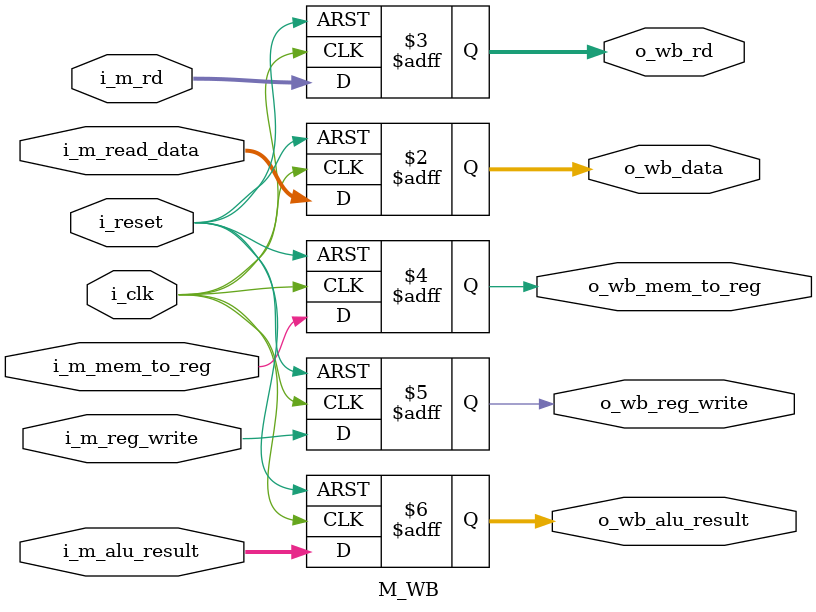
<source format=v>
`timescale 1ns / 1ps

module M_WB (
    input wire i_clk,
    input wire i_reset,
    input wire [31:0] i_m_read_data,            // Datos leídos de memoria
    input wire [4:0]  i_m_rd,                   // ID del registro destino
    input wire [31:0] i_m_alu_result,           // Resultado de la ALU de la etapa MEM
    input wire        i_m_mem_to_reg,           // Señal de escritura de registro desde memoria
    input wire        i_m_reg_write,            // Señal de escritura de registro

    output reg [31:0] o_wb_data,                   // Datos a escribir en el registro
    output reg [4:0]  o_wb_rd,                     // ID del registro destino
    output reg        o_wb_mem_to_reg,             // Señal de escritura de registro desde memoria
    output reg        o_wb_reg_write,                // Señal de escritura de registro
    output reg [31:0] o_wb_alu_result            // Resultado de la ALU de la etapa MEM
);

    always @(posedge i_clk or posedge i_reset) begin
        if (i_reset) begin
            o_wb_data <= 32'b0;
            o_wb_rd <= 5'b0;
            o_wb_mem_to_reg <= 1'b0;
            o_wb_reg_write <= 1'b0;
            o_wb_alu_result <= 32'b0; // Resetea el resultado de la ALU
        end else begin
            o_wb_data <= i_m_read_data; // Datos leídos de memoria
            o_wb_rd <= i_m_rd;          // ID del registro destino
            o_wb_mem_to_reg <= i_m_mem_to_reg; // Señal de escritura de registro desde memoria
            o_wb_reg_write <= i_m_reg_write;   // Señal de escritura de registro
            o_wb_alu_result <= i_m_alu_result; // Resultado de la ALU de la etapa MEM
        end
    end

endmodule
</source>
